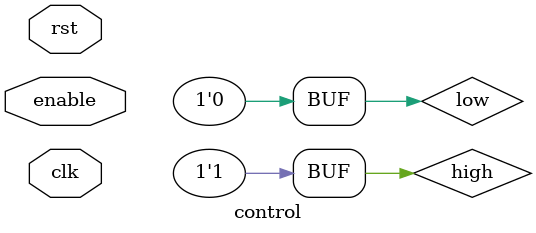
<source format=v>
module control (
    input clk,
    input rst,
    input enable
    );

    localparam REGS = 2'b10;
    localparam MEMORY = 2'b01;

    reg high = 1;
    reg low = 0;

    wire [8:0]state;

    // program counter 
    wire [31:0] pc;
    wire [31:0] instr;

    // branch module
    wire [15:0] jmp_addr; 
    wire st_flag;

    // memory module
    wire [31:0] address_bus;
    wire [31:0] data_r;
    wire [31:0] data_w;
    wire mem_rdy;

    // instruction fields
    wire halt;
    wire has_imm;
    wire [1:0] func;
    wire [4:0] opcode;
    wire [3:0] rs;
    wire [3:0] rd;
    wire [15:0] imm;

    // alu operands and data mov operands 
    wire [31:0] x1;
    wire [31:0] x2;
    wire [31:0] y_alu;

    wire [31:0] y_mov;
    wire [31:0] x;
    wire [1:0] read;
    wire [1:0] write;
    wire [31:0] mem_addr;

    wire [31:0] y;

    // control signals (depend on current state)
    wire mem_ren;	// memory read enable 
    wire decod_en;      // enable instruction decoder
    wire alu_en;        // alu enable
    wire mov_en;        // data mov enable
    wire en_brnch;      // enable branch block
    wire en_io;         // enable IO block 
    wire en_pc;		// enable program counter (increment pc)
    wire fetch;

    wire wen_regs;	// write enable registers
    wire mem_wen;	// memory write enable

    assign fetch = state[1];
    assign decod_en = state[2];
    assign alu_en = state[3];
    assign mov_en = state[4];
    assign en_brnch = state[5];
    assign en_io = state[6];
    assign en_pc = state[7];

    assign wen_regs = (alu_en) ? high : ((write == REGS) ? high : low); // state[3] -alu state[4] - data mov
    assign y = (alu_en) ? y_alu : ((mov_en) ? y_mov : 32'bz);
    assign mem_ren = (fetch) ? high : ((read == MEMORY) ? high : low);
    assign mem_wen = (write == MEMORY) ? high : low; 

    assign x = (read == MEMORY) ? data_r : x1;
    assign {instr, x} = (read != MEMORY) ? {data_r, 32'bz} : {32'bz, data_r};
    assign address_bus = (fetch) ? pc : mem_addr;
    assign data_w = (write == MEMORY) ? y : 32'bz;


    program_counter p (
	.rst(rst),
	.en_inc(en_pc),
	.st_flag(st_flag),
	.jmp_addr(jmp_addr),
	.pc(pc)
    );

    input_output io (
	.en(en_io),
	.opcode(opcode),
	.x1(x1)
    );

    memory m (
	.rst(rst),
	.clk(clk),
	.we(mem_wen),
	.re(mem_ren),
	.address(address_bus),
	.data_w(data_w),
	.data_r(data_r),
	.rdy(mem_rdy)
    );

    branch b (
	.en(en_brnch),
	.pc(en_pc),
	.opcode(opcode),
	.x1(x1),
	.x2(x2),
	.imm(imm),
	.jmp_addr(jmp_addr),
	.st_flag(st_flag)
    );

    alu a (
	.en(alu_en),
	.has_imm(has_imm),
	.opcode(opcode),
	.x1(x1),
	.x2(x2),
	.imm(imm),
	.y(y_alu)
    );

    regfile r (
	.we(wen_regs),
	.rst(rst),
	.i1(rs),
	.i2(rd),
	.y(y),
	.x1(x1),
	.x2(x2)
    );

    data_mov dm (
	.en(mov_en),
	.has_imm(has_imm),
	.opcode(opcode),
	.imm(imm),
	.x(x),
	.y(y_mov),
	.read(read),
	.write(write),
	.mem_addr(mem_addr)
    );

    decoder d (
	.en(decod_en),
	.instr(instr),
	.halt(halt),
	.has_imm(has_imm),
	.func(func),
	.opcode(opcode),
	.rs(rs),
	.rd(rd),
	.imm(imm)
    );

    moore_fsm fsm (
	.clk(clk),
	.rst(rst),
	.en(enable),
	.state(state),
	.func(func),
	.mem_rdy(mem_rdy),
	.halt(halt)
    );
endmodule

</source>
